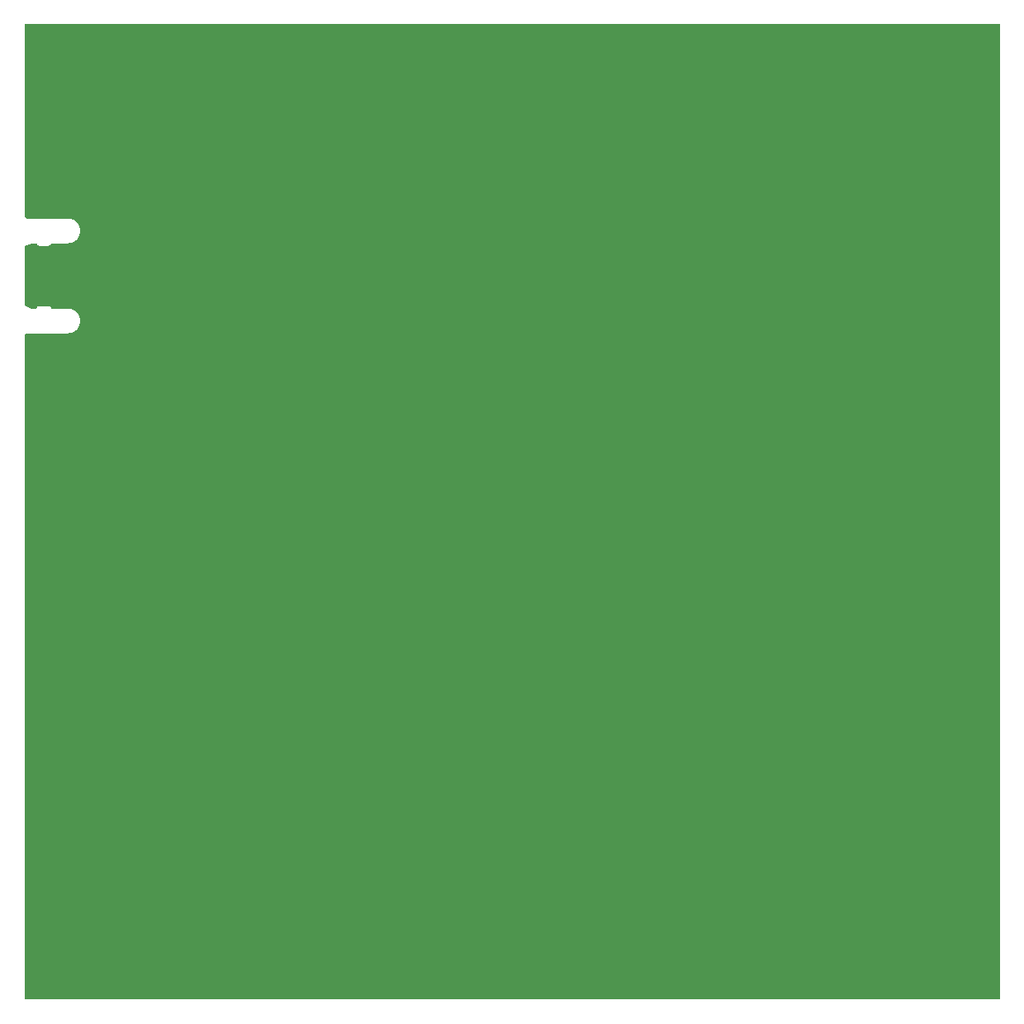
<source format=gbr>
G04 DipTrace 4.2.0.0*
G04 Board.gbr*
%MOMM*%
G04 #@! TF.FileFunction,Drawing,Board polygon*
G04 #@! TF.Part,Single*
%FSLAX35Y35*%
G04*
G71*
G90*
G75*
G01*
G04 BoardPoly*
%LPD*%
G36*
X1000000Y1000000D2*
Y7811500D1*
G02X1020000Y7831500I19996J4D01*
G01*
X1445000D1*
G03X1445000Y8085500I0J127000D01*
G01*
X1275000D1*
G03X1250000Y8110500I-25003J-3D01*
G01*
X1150000D1*
G03X1125000Y8085500I3J-25003D01*
G01*
X1075000D1*
X1000000Y8115500D1*
Y8724500D1*
X1075000Y8754500D1*
X1125000D1*
G03X1150000Y8729500I25003J3D01*
G01*
X1250000D1*
G03X1275000Y8754500I-3J25003D01*
G01*
X1445000D1*
G03X1445000Y9008500I0J127000D01*
G01*
X1020000D1*
G02X1000000Y9028500I-4J19996D01*
G01*
Y11000000D1*
X11000000D1*
Y1000000D1*
X1000000D1*
G37*
M02*

</source>
